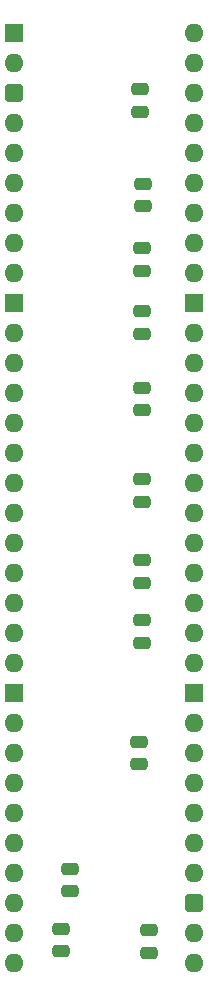
<source format=gbr>
%TF.GenerationSoftware,KiCad,Pcbnew,7.0.5*%
%TF.CreationDate,2023-12-29T16:03:28+02:00*%
%TF.ProjectId,HCP65 MPU Address Decode Wide,48435036-3520-44d5-9055-204164647265,rev?*%
%TF.SameCoordinates,Original*%
%TF.FileFunction,Soldermask,Bot*%
%TF.FilePolarity,Negative*%
%FSLAX46Y46*%
G04 Gerber Fmt 4.6, Leading zero omitted, Abs format (unit mm)*
G04 Created by KiCad (PCBNEW 7.0.5) date 2023-12-29 16:03:28*
%MOMM*%
%LPD*%
G01*
G04 APERTURE LIST*
G04 Aperture macros list*
%AMRoundRect*
0 Rectangle with rounded corners*
0 $1 Rounding radius*
0 $2 $3 $4 $5 $6 $7 $8 $9 X,Y pos of 4 corners*
0 Add a 4 corners polygon primitive as box body*
4,1,4,$2,$3,$4,$5,$6,$7,$8,$9,$2,$3,0*
0 Add four circle primitives for the rounded corners*
1,1,$1+$1,$2,$3*
1,1,$1+$1,$4,$5*
1,1,$1+$1,$6,$7*
1,1,$1+$1,$8,$9*
0 Add four rect primitives between the rounded corners*
20,1,$1+$1,$2,$3,$4,$5,0*
20,1,$1+$1,$4,$5,$6,$7,0*
20,1,$1+$1,$6,$7,$8,$9,0*
20,1,$1+$1,$8,$9,$2,$3,0*%
G04 Aperture macros list end*
%ADD10R,1.600000X1.600000*%
%ADD11O,1.600000X1.600000*%
%ADD12RoundRect,0.400000X-0.400000X-0.400000X0.400000X-0.400000X0.400000X0.400000X-0.400000X0.400000X0*%
%ADD13RoundRect,0.250000X0.475000X-0.250000X0.475000X0.250000X-0.475000X0.250000X-0.475000X-0.250000X0*%
%ADD14RoundRect,0.250000X-0.475000X0.250000X-0.475000X-0.250000X0.475000X-0.250000X0.475000X0.250000X0*%
G04 APERTURE END LIST*
D10*
%TO.C,J2*%
X86360000Y-71120000D03*
D11*
X86360000Y-73660000D03*
D12*
X86360000Y-76200000D03*
D11*
X86360000Y-78740000D03*
X86360000Y-81280000D03*
X86360000Y-83820000D03*
X86360000Y-86360000D03*
X86360000Y-88900000D03*
X86360000Y-91440000D03*
D10*
X86360000Y-93980000D03*
D11*
X86360000Y-96520000D03*
X86360000Y-99060000D03*
X86360000Y-101600000D03*
X86360000Y-104140000D03*
X86360000Y-106680000D03*
X86360000Y-109220000D03*
X86360000Y-111760000D03*
X86360000Y-114300000D03*
X86360000Y-116840000D03*
X86360000Y-119380000D03*
X86360000Y-121920000D03*
X86360000Y-124460000D03*
D10*
X86360000Y-127000000D03*
D11*
X86360000Y-129540000D03*
X86360000Y-132080000D03*
X86360000Y-134620000D03*
X86360000Y-137160000D03*
X86360000Y-139700000D03*
X86360000Y-142240000D03*
X86360000Y-144780000D03*
X86360000Y-147320000D03*
X86360000Y-149860000D03*
X101600000Y-149860000D03*
X101600000Y-147320000D03*
D12*
X101600000Y-144780000D03*
D11*
X101600000Y-142240000D03*
X101600000Y-139700000D03*
X101600000Y-137160000D03*
X101600000Y-134620000D03*
X101600000Y-132080000D03*
X101600000Y-129540000D03*
D10*
X101600000Y-127000000D03*
D11*
X101600000Y-124460000D03*
X101600000Y-121920000D03*
X101600000Y-119380000D03*
X101600000Y-116840000D03*
X101600000Y-114300000D03*
X101600000Y-111760000D03*
X101600000Y-109220000D03*
X101600000Y-106680000D03*
X101600000Y-104140000D03*
X101600000Y-101600000D03*
X101600000Y-99060000D03*
X101600000Y-96520000D03*
D10*
X101600000Y-93980000D03*
D11*
X101600000Y-91440000D03*
X101600000Y-88900000D03*
X101600000Y-86360000D03*
X101600000Y-83820000D03*
X101600000Y-81280000D03*
X101600000Y-78740000D03*
X101600000Y-76200000D03*
X101600000Y-73660000D03*
X101600000Y-71120000D03*
%TD*%
D13*
%TO.C,C45*%
X90297000Y-148889000D03*
X90297000Y-146989000D03*
%TD*%
%TO.C,C46*%
X97790000Y-149016000D03*
X97790000Y-147116000D03*
%TD*%
D14*
%TO.C,C35*%
X97155000Y-101174000D03*
X97155000Y-103074000D03*
%TD*%
%TO.C,C34*%
X97155000Y-89363000D03*
X97155000Y-91263000D03*
%TD*%
%TO.C,C33*%
X97155000Y-120859000D03*
X97155000Y-122759000D03*
%TD*%
D13*
%TO.C,C40*%
X91059000Y-143809000D03*
X91059000Y-141909000D03*
%TD*%
D14*
%TO.C,C37*%
X97155000Y-94697000D03*
X97155000Y-96597000D03*
%TD*%
%TO.C,C36*%
X97028000Y-75901000D03*
X97028000Y-77801000D03*
%TD*%
%TO.C,C38*%
X97155000Y-115779000D03*
X97155000Y-117679000D03*
%TD*%
%TO.C,C39*%
X96901000Y-131146000D03*
X96901000Y-133046000D03*
%TD*%
%TO.C,C31*%
X97282000Y-83902000D03*
X97282000Y-85802000D03*
%TD*%
%TO.C,C32*%
X97155000Y-108921000D03*
X97155000Y-110821000D03*
%TD*%
M02*

</source>
